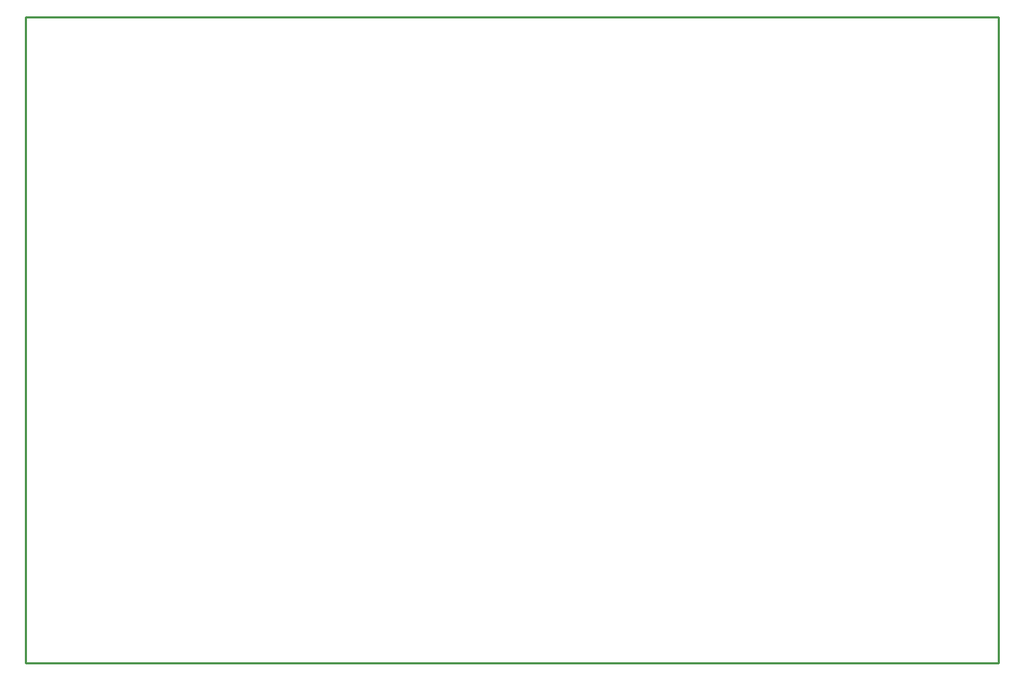
<source format=gko>
G04 Layer: BoardOutlineLayer*
G04 EasyEDA v6.5.50, 2025-07-18 22:31:46*
G04 04dc3b07505f4677bf90bee5ef889ce6,38ef4e46ccee4584b929a847fdfc0218,10*
G04 Gerber Generator version 0.2*
G04 Scale: 100 percent, Rotated: No, Reflected: No *
G04 Dimensions in millimeters *
G04 leading zeros omitted , absolute positions ,4 integer and 5 decimal *
%FSLAX45Y45*%
%MOMM*%

%ADD10C,0.2540*%
%ADD11C,0.0124*%
D10*
X699998Y6299987D02*
G01*
X12299975Y6299987D01*
X12299975Y-1399997D01*
X699998Y-1399997D01*
X699998Y6299987D01*

%LPD*%
M02*

</source>
